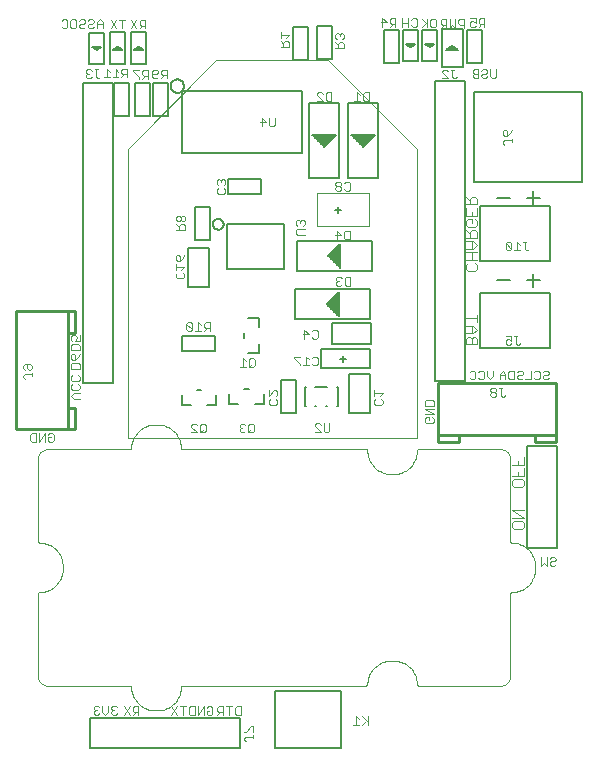
<source format=gbo>
G75*
G70*
%OFA0B0*%
%FSLAX24Y24*%
%IPPOS*%
%LPD*%
%AMOC8*
5,1,8,0,0,1.08239X$1,22.5*
%
%ADD10C,0.0030*%
%ADD11C,0.0060*%
%ADD12C,0.0050*%
%ADD13C,0.0000*%
%ADD14C,0.0040*%
%ADD15C,0.0080*%
%ADD16C,0.0100*%
D10*
X003757Y001992D02*
X003805Y001944D01*
X003902Y001944D01*
X003950Y001992D01*
X004051Y002040D02*
X004051Y002234D01*
X003950Y002186D02*
X003902Y002234D01*
X003805Y002234D01*
X003757Y002186D01*
X003757Y002137D01*
X003805Y002089D01*
X003757Y002040D01*
X003757Y001992D01*
X003805Y002089D02*
X003854Y002089D01*
X004051Y002040D02*
X004148Y001944D01*
X004245Y002040D01*
X004245Y002234D01*
X004346Y002186D02*
X004346Y002137D01*
X004394Y002089D01*
X004346Y002040D01*
X004346Y001992D01*
X004394Y001944D01*
X004491Y001944D01*
X004540Y001992D01*
X004443Y002089D02*
X004394Y002089D01*
X004346Y002186D02*
X004394Y002234D01*
X004491Y002234D01*
X004540Y002186D01*
X004764Y002224D02*
X004957Y001934D01*
X005059Y001934D02*
X005155Y002030D01*
X005107Y002030D02*
X005252Y002030D01*
X005252Y001934D02*
X005252Y002224D01*
X005107Y002224D01*
X005059Y002176D01*
X005059Y002079D01*
X005107Y002030D01*
X004957Y002224D02*
X004764Y001934D01*
X006351Y001933D02*
X006545Y002223D01*
X006646Y002223D02*
X006840Y002223D01*
X006743Y002223D02*
X006743Y001933D01*
X006932Y001982D02*
X006932Y002176D01*
X006981Y002224D01*
X007126Y002224D01*
X007126Y001934D01*
X006981Y001934D01*
X006932Y001982D01*
X007227Y001934D02*
X007227Y002224D01*
X007421Y002224D02*
X007227Y001934D01*
X007421Y001934D02*
X007421Y002224D01*
X007522Y002176D02*
X007570Y002224D01*
X007667Y002224D01*
X007715Y002176D01*
X007715Y001982D01*
X007667Y001934D01*
X007570Y001934D01*
X007522Y001982D01*
X007522Y002079D01*
X007618Y002079D01*
X007884Y002078D02*
X007932Y002030D01*
X008077Y002030D01*
X007980Y002030D02*
X007884Y001933D01*
X007884Y002078D02*
X007884Y002175D01*
X007932Y002223D01*
X008077Y002223D01*
X008077Y001933D01*
X008275Y001933D02*
X008275Y002223D01*
X008372Y002223D02*
X008178Y002223D01*
X008473Y002175D02*
X008473Y001981D01*
X008521Y001933D01*
X008666Y001933D01*
X008666Y002223D01*
X008521Y002223D01*
X008473Y002175D01*
X009020Y001556D02*
X008826Y001363D01*
X008778Y001363D01*
X008826Y001213D02*
X009068Y001213D01*
X009068Y001165D02*
X009068Y001262D01*
X009068Y001363D02*
X009068Y001556D01*
X009020Y001556D01*
X008826Y001213D02*
X008778Y001165D01*
X008778Y001117D01*
X008826Y001068D01*
X006545Y001933D02*
X006351Y002223D01*
X012400Y001602D02*
X012594Y001602D01*
X012497Y001602D02*
X012497Y001893D01*
X012594Y001796D01*
X012695Y001893D02*
X012888Y001699D01*
X012840Y001748D02*
X012695Y001602D01*
X012888Y001602D02*
X012888Y001893D01*
X018673Y006909D02*
X018673Y007199D01*
X018866Y007199D02*
X018866Y006909D01*
X018769Y007006D01*
X018673Y006909D01*
X018967Y006957D02*
X019016Y006909D01*
X019113Y006909D01*
X019161Y006957D01*
X019113Y007054D02*
X019016Y007054D01*
X018967Y007006D01*
X018967Y006957D01*
X019113Y007054D02*
X019161Y007103D01*
X019161Y007151D01*
X019113Y007199D01*
X019016Y007199D01*
X018967Y007151D01*
X018028Y008144D02*
X017781Y008144D01*
X017720Y008205D01*
X017720Y008329D01*
X017781Y008391D01*
X018028Y008391D01*
X018090Y008329D01*
X018090Y008205D01*
X018028Y008144D01*
X018090Y008512D02*
X017720Y008512D01*
X017720Y008759D02*
X018090Y008759D01*
X018090Y008512D02*
X017720Y008759D01*
X017781Y009544D02*
X017720Y009605D01*
X017720Y009729D01*
X017781Y009791D01*
X018028Y009791D01*
X018090Y009729D01*
X018090Y009605D01*
X018028Y009544D01*
X017781Y009544D01*
X017720Y009912D02*
X018090Y009912D01*
X018090Y010159D01*
X018090Y010280D02*
X017720Y010280D01*
X017905Y010280D02*
X017905Y010404D01*
X018090Y010280D02*
X018090Y010527D01*
X017905Y010035D02*
X017905Y009912D01*
X015090Y011708D02*
X015041Y011660D01*
X014848Y011660D01*
X014800Y011708D01*
X014800Y011805D01*
X014848Y011853D01*
X014945Y011853D01*
X014945Y011757D01*
X015041Y011853D02*
X015090Y011805D01*
X015090Y011708D01*
X015090Y011954D02*
X014800Y011954D01*
X014800Y012148D02*
X015090Y012148D01*
X015090Y012249D02*
X015090Y012394D01*
X015041Y012443D01*
X014848Y012443D01*
X014800Y012394D01*
X014800Y012249D01*
X015090Y012249D01*
X015090Y011954D02*
X014800Y012148D01*
X016291Y013172D02*
X016339Y013124D01*
X016436Y013124D01*
X016484Y013172D01*
X016484Y013366D01*
X016436Y013414D01*
X016339Y013414D01*
X016291Y013366D01*
X016585Y013366D02*
X016634Y013414D01*
X016731Y013414D01*
X016779Y013366D01*
X016779Y013172D01*
X016731Y013124D01*
X016634Y013124D01*
X016585Y013172D01*
X016880Y013220D02*
X016880Y013414D01*
X016880Y013220D02*
X016977Y013124D01*
X017074Y013220D01*
X017074Y013414D01*
X017291Y013317D02*
X017291Y013124D01*
X017291Y013269D02*
X017484Y013269D01*
X017484Y013317D02*
X017484Y013124D01*
X017585Y013172D02*
X017585Y013366D01*
X017634Y013414D01*
X017779Y013414D01*
X017779Y013124D01*
X017634Y013124D01*
X017585Y013172D01*
X017484Y013317D02*
X017388Y013414D01*
X017291Y013317D01*
X017281Y012838D02*
X017378Y012838D01*
X017329Y012838D02*
X017329Y012596D01*
X017378Y012547D01*
X017426Y012547D01*
X017474Y012596D01*
X017180Y012596D02*
X017180Y012644D01*
X017131Y012692D01*
X017034Y012692D01*
X016986Y012644D01*
X016986Y012596D01*
X017034Y012547D01*
X017131Y012547D01*
X017180Y012596D01*
X017131Y012692D02*
X017180Y012741D01*
X017180Y012789D01*
X017131Y012838D01*
X017034Y012838D01*
X016986Y012789D01*
X016986Y012741D01*
X017034Y012692D01*
X017880Y013172D02*
X017928Y013124D01*
X018025Y013124D01*
X018074Y013172D01*
X018141Y013124D02*
X018334Y013124D01*
X018334Y013414D01*
X018435Y013366D02*
X018484Y013414D01*
X018581Y013414D01*
X018629Y013366D01*
X018629Y013172D01*
X018581Y013124D01*
X018484Y013124D01*
X018435Y013172D01*
X018730Y013172D02*
X018778Y013124D01*
X018875Y013124D01*
X018924Y013172D01*
X018875Y013269D02*
X018778Y013269D01*
X018730Y013220D01*
X018730Y013172D01*
X018875Y013269D02*
X018924Y013317D01*
X018924Y013366D01*
X018875Y013414D01*
X018778Y013414D01*
X018730Y013366D01*
X018074Y013366D02*
X018074Y013317D01*
X018025Y013269D01*
X017928Y013269D01*
X017880Y013220D01*
X017880Y013172D01*
X017880Y013366D02*
X017928Y013414D01*
X018025Y013414D01*
X018074Y013366D01*
X017931Y014274D02*
X017882Y014274D01*
X017834Y014322D01*
X017834Y014564D01*
X017882Y014564D02*
X017785Y014564D01*
X017684Y014564D02*
X017684Y014419D01*
X017588Y014467D01*
X017539Y014467D01*
X017491Y014419D01*
X017491Y014322D01*
X017539Y014274D01*
X017636Y014274D01*
X017684Y014322D01*
X017684Y014564D02*
X017491Y014564D01*
X017931Y014274D02*
X017979Y014322D01*
X016540Y014294D02*
X016540Y014479D01*
X016478Y014541D01*
X016416Y014541D01*
X016355Y014479D01*
X016355Y014294D01*
X016355Y014479D02*
X016293Y014541D01*
X016231Y014541D01*
X016170Y014479D01*
X016170Y014294D01*
X016540Y014294D01*
X016416Y014662D02*
X016170Y014662D01*
X016355Y014662D02*
X016355Y014909D01*
X016416Y014909D02*
X016170Y014909D01*
X016170Y015154D02*
X016540Y015154D01*
X016540Y015277D02*
X016540Y015030D01*
X016416Y014909D02*
X016540Y014785D01*
X016416Y014662D01*
X016478Y016744D02*
X016231Y016744D01*
X016170Y016805D01*
X016170Y016929D01*
X016231Y016991D01*
X016170Y017112D02*
X016540Y017112D01*
X016478Y016991D02*
X016540Y016929D01*
X016540Y016805D01*
X016478Y016744D01*
X016355Y017112D02*
X016355Y017359D01*
X016355Y017480D02*
X016355Y017727D01*
X016416Y017727D02*
X016170Y017727D01*
X016170Y017849D02*
X016540Y017849D01*
X016540Y018034D01*
X016478Y018096D01*
X016355Y018096D01*
X016293Y018034D01*
X016293Y017849D01*
X016293Y017972D02*
X016170Y018096D01*
X016231Y018217D02*
X016170Y018279D01*
X016170Y018402D01*
X016231Y018464D01*
X016355Y018464D01*
X016355Y018340D01*
X016478Y018217D02*
X016231Y018217D01*
X016478Y018217D02*
X016540Y018279D01*
X016540Y018402D01*
X016478Y018464D01*
X016540Y018585D02*
X016170Y018585D01*
X016170Y018832D01*
X016170Y018954D02*
X016540Y018954D01*
X016540Y019139D01*
X016478Y019201D01*
X016355Y019201D01*
X016293Y019139D01*
X016293Y018954D01*
X016293Y019077D02*
X016170Y019201D01*
X016540Y018832D02*
X016540Y018585D01*
X016355Y018585D02*
X016355Y018709D01*
X016416Y017727D02*
X016540Y017604D01*
X016416Y017480D01*
X016170Y017480D01*
X016170Y017359D02*
X016540Y017359D01*
X017491Y017472D02*
X017539Y017424D01*
X017636Y017424D01*
X017684Y017472D01*
X017491Y017666D01*
X017491Y017472D01*
X017684Y017472D02*
X017684Y017666D01*
X017636Y017714D01*
X017539Y017714D01*
X017491Y017666D01*
X017785Y017424D02*
X017979Y017424D01*
X017882Y017424D02*
X017882Y017714D01*
X017979Y017617D01*
X018080Y017714D02*
X018177Y017714D01*
X018128Y017714D02*
X018128Y017472D01*
X018177Y017424D01*
X018225Y017424D01*
X018274Y017472D01*
X017452Y020951D02*
X017403Y021000D01*
X017403Y021048D01*
X017452Y021096D01*
X017694Y021096D01*
X017694Y021048D02*
X017694Y021145D01*
X017549Y021246D02*
X017549Y021391D01*
X017500Y021439D01*
X017452Y021439D01*
X017403Y021391D01*
X017403Y021294D01*
X017452Y021246D01*
X017549Y021246D01*
X017645Y021343D01*
X017694Y021439D01*
X017125Y023174D02*
X017028Y023174D01*
X016980Y023222D01*
X016980Y023464D01*
X016879Y023416D02*
X016879Y023367D01*
X016831Y023319D01*
X016734Y023319D01*
X016685Y023270D01*
X016685Y023222D01*
X016734Y023174D01*
X016831Y023174D01*
X016879Y023222D01*
X016879Y023416D02*
X016831Y023464D01*
X016734Y023464D01*
X016685Y023416D01*
X016584Y023464D02*
X016584Y023174D01*
X016439Y023174D01*
X016391Y023222D01*
X016391Y023270D01*
X016439Y023319D01*
X016584Y023319D01*
X016439Y023319D02*
X016391Y023367D01*
X016391Y023416D01*
X016439Y023464D01*
X016584Y023464D01*
X017125Y023174D02*
X017174Y023222D01*
X017174Y023464D01*
X015863Y023210D02*
X015815Y023162D01*
X015766Y023162D01*
X015718Y023210D01*
X015718Y023452D01*
X015766Y023452D02*
X015670Y023452D01*
X015569Y023404D02*
X015520Y023452D01*
X015423Y023452D01*
X015375Y023404D01*
X015375Y023355D01*
X015569Y023162D01*
X015375Y023162D01*
X015326Y024852D02*
X015423Y024949D01*
X015374Y024949D02*
X015520Y024949D01*
X015520Y024852D02*
X015520Y025142D01*
X015374Y025142D01*
X015326Y025094D01*
X015326Y024997D01*
X015374Y024949D01*
X015177Y024908D02*
X015177Y025102D01*
X015129Y025150D01*
X015032Y025150D01*
X014983Y025102D01*
X014983Y024908D01*
X015032Y024860D01*
X015129Y024860D01*
X015177Y024908D01*
X014882Y024860D02*
X014882Y025150D01*
X014834Y025005D02*
X014689Y024860D01*
X014538Y024920D02*
X014489Y024872D01*
X014393Y024872D01*
X014344Y024920D01*
X014243Y024872D02*
X014243Y025162D01*
X014344Y025114D02*
X014393Y025162D01*
X014489Y025162D01*
X014538Y025114D01*
X014538Y024920D01*
X014689Y025150D02*
X014882Y024957D01*
X014243Y025017D02*
X014050Y025017D01*
X014050Y025162D02*
X014050Y024872D01*
X013818Y024876D02*
X013818Y025166D01*
X013672Y025166D01*
X013624Y025118D01*
X013624Y025021D01*
X013672Y024973D01*
X013818Y024973D01*
X013721Y024973D02*
X013624Y024876D01*
X013523Y025021D02*
X013329Y025021D01*
X013378Y025166D02*
X013523Y025021D01*
X013378Y024876D02*
X013378Y025166D01*
X012100Y024613D02*
X012051Y024661D01*
X012003Y024661D01*
X011955Y024613D01*
X011906Y024661D01*
X011858Y024661D01*
X011810Y024613D01*
X011810Y024516D01*
X011858Y024468D01*
X011810Y024366D02*
X011906Y024270D01*
X011906Y024318D02*
X011906Y024173D01*
X011810Y024173D02*
X012100Y024173D01*
X012100Y024318D01*
X012051Y024366D01*
X011955Y024366D01*
X011906Y024318D01*
X012051Y024468D02*
X012100Y024516D01*
X012100Y024613D01*
X011955Y024613D02*
X011955Y024564D01*
X010278Y024593D02*
X009988Y024593D01*
X009988Y024497D02*
X009988Y024690D01*
X010181Y024497D02*
X010278Y024593D01*
X010230Y024396D02*
X010133Y024396D01*
X010085Y024347D01*
X010085Y024202D01*
X010085Y024299D02*
X009988Y024396D01*
X009988Y024202D02*
X010278Y024202D01*
X010278Y024347D01*
X010230Y024396D01*
X011242Y022696D02*
X011339Y022696D01*
X011387Y022647D01*
X011488Y022647D02*
X011537Y022696D01*
X011682Y022696D01*
X011682Y022406D01*
X011537Y022406D01*
X011488Y022454D01*
X011488Y022647D01*
X011242Y022696D02*
X011194Y022647D01*
X011194Y022599D01*
X011387Y022406D01*
X011194Y022406D01*
X012453Y022398D02*
X012646Y022398D01*
X012549Y022398D02*
X012549Y022688D01*
X012646Y022592D01*
X012747Y022640D02*
X012796Y022688D01*
X012941Y022688D01*
X012941Y022398D01*
X012796Y022398D01*
X012747Y022447D01*
X012747Y022640D01*
X012255Y019708D02*
X012303Y019660D01*
X012303Y019467D01*
X012255Y019418D01*
X012158Y019418D01*
X012110Y019467D01*
X012009Y019467D02*
X012009Y019515D01*
X011960Y019563D01*
X011864Y019563D01*
X011815Y019515D01*
X011815Y019467D01*
X011864Y019418D01*
X011960Y019418D01*
X012009Y019467D01*
X011960Y019563D02*
X012009Y019612D01*
X012009Y019660D01*
X011960Y019708D01*
X011864Y019708D01*
X011815Y019660D01*
X011815Y019612D01*
X011864Y019563D01*
X012110Y019660D02*
X012158Y019708D01*
X012255Y019708D01*
X010793Y018388D02*
X010744Y018437D01*
X010696Y018437D01*
X010647Y018388D01*
X010599Y018437D01*
X010551Y018437D01*
X010502Y018388D01*
X010502Y018292D01*
X010551Y018243D01*
X010551Y018142D02*
X010793Y018142D01*
X010744Y018243D02*
X010793Y018292D01*
X010793Y018388D01*
X010647Y018388D02*
X010647Y018340D01*
X010551Y018142D02*
X010502Y018094D01*
X010502Y017997D01*
X010551Y017949D01*
X010793Y017949D01*
X011807Y017940D02*
X012001Y017940D01*
X011855Y018085D01*
X011855Y017794D01*
X012102Y017843D02*
X012102Y018036D01*
X012150Y018085D01*
X012295Y018085D01*
X012295Y017794D01*
X012150Y017794D01*
X012102Y017843D01*
X012171Y016538D02*
X012316Y016538D01*
X012316Y016248D01*
X012171Y016248D01*
X012122Y016296D01*
X012122Y016490D01*
X012171Y016538D01*
X012021Y016490D02*
X011973Y016538D01*
X011876Y016538D01*
X011828Y016490D01*
X011828Y016442D01*
X011876Y016393D01*
X011828Y016345D01*
X011828Y016296D01*
X011876Y016248D01*
X011973Y016248D01*
X012021Y016296D01*
X011925Y016393D02*
X011876Y016393D01*
X011174Y014768D02*
X011222Y014720D01*
X011222Y014526D01*
X011174Y014478D01*
X011077Y014478D01*
X011029Y014526D01*
X010928Y014623D02*
X010734Y014623D01*
X010782Y014478D02*
X010782Y014768D01*
X010928Y014623D01*
X011029Y014720D02*
X011077Y014768D01*
X011174Y014768D01*
X011172Y013883D02*
X011221Y013835D01*
X011221Y013641D01*
X011172Y013593D01*
X011076Y013593D01*
X011027Y013641D01*
X010926Y013593D02*
X010732Y013593D01*
X010829Y013593D02*
X010829Y013883D01*
X010926Y013786D01*
X011027Y013835D02*
X011076Y013883D01*
X011172Y013883D01*
X010631Y013883D02*
X010438Y013883D01*
X010438Y013835D01*
X010631Y013641D01*
X010631Y013593D01*
X009833Y012759D02*
X009881Y012711D01*
X009881Y012614D01*
X009833Y012566D01*
X009833Y012465D02*
X009881Y012416D01*
X009881Y012320D01*
X009833Y012271D01*
X009640Y012271D01*
X009591Y012320D01*
X009591Y012416D01*
X009640Y012465D01*
X009591Y012566D02*
X009785Y012759D01*
X009833Y012759D01*
X009591Y012759D02*
X009591Y012566D01*
X009062Y011648D02*
X008966Y011648D01*
X008917Y011599D01*
X008917Y011406D01*
X008966Y011358D01*
X009062Y011358D01*
X009111Y011406D01*
X009111Y011599D01*
X009062Y011648D01*
X009014Y011454D02*
X008917Y011358D01*
X008816Y011406D02*
X008768Y011358D01*
X008671Y011358D01*
X008623Y011406D01*
X008623Y011454D01*
X008671Y011503D01*
X008719Y011503D01*
X008671Y011503D02*
X008623Y011551D01*
X008623Y011599D01*
X008671Y011648D01*
X008768Y011648D01*
X008816Y011599D01*
X007501Y011596D02*
X007501Y011402D01*
X007452Y011354D01*
X007355Y011354D01*
X007307Y011402D01*
X007307Y011596D01*
X007355Y011644D01*
X007452Y011644D01*
X007501Y011596D01*
X007404Y011450D02*
X007307Y011354D01*
X007206Y011354D02*
X007012Y011547D01*
X007012Y011596D01*
X007061Y011644D01*
X007158Y011644D01*
X007206Y011596D01*
X007206Y011354D02*
X007012Y011354D01*
X008637Y013543D02*
X008830Y013543D01*
X008733Y013543D02*
X008733Y013833D01*
X008830Y013736D01*
X008931Y013785D02*
X008980Y013833D01*
X009076Y013833D01*
X009125Y013785D01*
X009125Y013591D01*
X009076Y013543D01*
X008980Y013543D01*
X008931Y013591D01*
X008931Y013785D01*
X009028Y013640D02*
X008931Y013543D01*
X007636Y014740D02*
X007636Y015030D01*
X007491Y015030D01*
X007443Y014982D01*
X007443Y014885D01*
X007491Y014836D01*
X007636Y014836D01*
X007539Y014836D02*
X007443Y014740D01*
X007342Y014740D02*
X007148Y014740D01*
X007245Y014740D02*
X007245Y015030D01*
X007342Y014933D01*
X007047Y014982D02*
X007047Y014788D01*
X006853Y014982D01*
X006853Y014788D01*
X006902Y014740D01*
X006998Y014740D01*
X007047Y014788D01*
X007047Y014982D02*
X006998Y015030D01*
X006902Y015030D01*
X006853Y014982D01*
X006730Y016487D02*
X006537Y016487D01*
X006489Y016535D01*
X006489Y016632D01*
X006537Y016680D01*
X006489Y016781D02*
X006489Y016975D01*
X006489Y016878D02*
X006779Y016878D01*
X006682Y016781D01*
X006730Y016680D02*
X006779Y016632D01*
X006779Y016535D01*
X006730Y016487D01*
X006634Y017076D02*
X006634Y017221D01*
X006585Y017269D01*
X006537Y017269D01*
X006489Y017221D01*
X006489Y017124D01*
X006537Y017076D01*
X006634Y017076D01*
X006730Y017173D01*
X006779Y017269D01*
X006806Y018096D02*
X006516Y018096D01*
X006612Y018096D02*
X006612Y018241D01*
X006661Y018289D01*
X006757Y018289D01*
X006806Y018241D01*
X006806Y018096D01*
X006612Y018192D02*
X006516Y018289D01*
X006564Y018390D02*
X006612Y018390D01*
X006661Y018439D01*
X006661Y018535D01*
X006612Y018584D01*
X006564Y018584D01*
X006516Y018535D01*
X006516Y018439D01*
X006564Y018390D01*
X006661Y018439D02*
X006709Y018390D01*
X006757Y018390D01*
X006806Y018439D01*
X006806Y018535D01*
X006757Y018584D01*
X006709Y018584D01*
X006661Y018535D01*
X007856Y019356D02*
X007856Y019452D01*
X007905Y019501D01*
X007905Y019602D02*
X007856Y019650D01*
X007856Y019747D01*
X007905Y019796D01*
X007953Y019796D01*
X008001Y019747D01*
X008001Y019699D01*
X008001Y019747D02*
X008050Y019796D01*
X008098Y019796D01*
X008146Y019747D01*
X008146Y019650D01*
X008098Y019602D01*
X008098Y019501D02*
X008146Y019452D01*
X008146Y019356D01*
X008098Y019307D01*
X007905Y019307D01*
X007856Y019356D01*
X009355Y021560D02*
X009355Y021850D01*
X009500Y021705D01*
X009307Y021705D01*
X009602Y021608D02*
X009602Y021850D01*
X009795Y021850D02*
X009795Y021608D01*
X009747Y021560D01*
X009650Y021560D01*
X009602Y021608D01*
X006205Y023160D02*
X006205Y023450D01*
X006060Y023450D01*
X006011Y023402D01*
X006011Y023305D01*
X006060Y023257D01*
X006205Y023257D01*
X006108Y023257D02*
X006011Y023160D01*
X005910Y023208D02*
X005862Y023160D01*
X005765Y023160D01*
X005717Y023208D01*
X005717Y023402D01*
X005765Y023450D01*
X005862Y023450D01*
X005910Y023402D01*
X005910Y023353D01*
X005862Y023305D01*
X005717Y023305D01*
X005570Y023247D02*
X005424Y023247D01*
X005376Y023295D01*
X005376Y023392D01*
X005424Y023440D01*
X005570Y023440D01*
X005570Y023150D01*
X005473Y023247D02*
X005376Y023150D01*
X005275Y023150D02*
X005275Y023198D01*
X005081Y023392D01*
X005081Y023440D01*
X005275Y023440D01*
X004880Y023482D02*
X004880Y023191D01*
X004880Y023288D02*
X004735Y023288D01*
X004686Y023337D01*
X004686Y023433D01*
X004735Y023482D01*
X004880Y023482D01*
X004783Y023288D02*
X004686Y023191D01*
X004585Y023191D02*
X004392Y023191D01*
X004488Y023191D02*
X004488Y023482D01*
X004585Y023385D01*
X004290Y023385D02*
X004194Y023482D01*
X004194Y023191D01*
X004290Y023191D02*
X004097Y023191D01*
X003986Y023211D02*
X003937Y023163D01*
X003889Y023163D01*
X003841Y023211D01*
X003841Y023453D01*
X003889Y023453D02*
X003792Y023453D01*
X003691Y023405D02*
X003643Y023453D01*
X003546Y023453D01*
X003498Y023405D01*
X003498Y023357D01*
X003546Y023308D01*
X003498Y023260D01*
X003498Y023211D01*
X003546Y023163D01*
X003643Y023163D01*
X003691Y023211D01*
X003594Y023308D02*
X003546Y023308D01*
X003620Y024834D02*
X003717Y024834D01*
X003765Y024882D01*
X003717Y024979D02*
X003765Y025028D01*
X003765Y025076D01*
X003717Y025124D01*
X003620Y025124D01*
X003571Y025076D01*
X003470Y025076D02*
X003470Y025028D01*
X003422Y024979D01*
X003325Y024979D01*
X003277Y024931D01*
X003277Y024882D01*
X003325Y024834D01*
X003422Y024834D01*
X003470Y024882D01*
X003571Y024882D02*
X003620Y024834D01*
X003571Y024882D02*
X003571Y024931D01*
X003620Y024979D01*
X003717Y024979D01*
X003866Y024979D02*
X004060Y024979D01*
X004060Y025028D02*
X004060Y024834D01*
X004060Y025028D02*
X003963Y025124D01*
X003866Y025028D01*
X003866Y024834D01*
X004324Y024827D02*
X004517Y025118D01*
X004618Y025118D02*
X004812Y025118D01*
X004715Y025118D02*
X004715Y024827D01*
X004517Y024827D02*
X004324Y025118D01*
X004993Y025110D02*
X005186Y024820D01*
X005287Y024820D02*
X005384Y024917D01*
X005336Y024917D02*
X005481Y024917D01*
X005481Y024820D02*
X005481Y025110D01*
X005336Y025110D01*
X005287Y025062D01*
X005287Y024965D01*
X005336Y024917D01*
X005186Y025110D02*
X004993Y024820D01*
X003470Y025076D02*
X003422Y025124D01*
X003325Y025124D01*
X003277Y025076D01*
X003176Y025076D02*
X003176Y024882D01*
X003127Y024834D01*
X003031Y024834D01*
X002982Y024882D01*
X002982Y025076D01*
X003031Y025124D01*
X003127Y025124D01*
X003176Y025076D01*
X002881Y025076D02*
X002881Y024882D01*
X002833Y024834D01*
X002736Y024834D01*
X002688Y024882D01*
X002688Y025076D02*
X002736Y025124D01*
X002833Y025124D01*
X002881Y025076D01*
X003050Y014588D02*
X003002Y014540D01*
X003002Y014443D01*
X003050Y014395D01*
X003147Y014395D02*
X003195Y014491D01*
X003195Y014540D01*
X003147Y014588D01*
X003050Y014588D01*
X003147Y014395D02*
X003292Y014395D01*
X003292Y014588D01*
X003243Y014294D02*
X003050Y014294D01*
X003002Y014245D01*
X003002Y014100D01*
X003292Y014100D01*
X003292Y014245D01*
X003243Y014294D01*
X003292Y013970D02*
X003243Y013873D01*
X003147Y013777D01*
X003147Y013922D01*
X003098Y013970D01*
X003050Y013970D01*
X003002Y013922D01*
X003002Y013825D01*
X003050Y013777D01*
X003147Y013777D01*
X003050Y013675D02*
X003243Y013675D01*
X003292Y013627D01*
X003292Y013482D01*
X003002Y013482D01*
X003002Y013627D01*
X003050Y013675D01*
X003050Y013262D02*
X003002Y013213D01*
X003002Y013116D01*
X003050Y013068D01*
X003243Y013068D01*
X003292Y013116D01*
X003292Y013213D01*
X003243Y013262D01*
X003243Y012967D02*
X003292Y012919D01*
X003292Y012822D01*
X003243Y012773D01*
X003050Y012773D01*
X003002Y012822D01*
X003002Y012919D01*
X003050Y012967D01*
X003098Y012672D02*
X003292Y012672D01*
X003292Y012479D02*
X003098Y012479D01*
X003002Y012576D01*
X003098Y012672D01*
X001696Y013239D02*
X001696Y013336D01*
X001696Y013288D02*
X001454Y013288D01*
X001406Y013239D01*
X001406Y013191D01*
X001454Y013143D01*
X001454Y013437D02*
X001406Y013486D01*
X001406Y013582D01*
X001454Y013631D01*
X001647Y013631D01*
X001696Y013582D01*
X001696Y013486D01*
X001647Y013437D01*
X001599Y013437D01*
X001551Y013486D01*
X001551Y013631D01*
X001692Y011332D02*
X001837Y011332D01*
X001837Y011042D01*
X001692Y011042D01*
X001644Y011090D01*
X001644Y011284D01*
X001692Y011332D01*
X001939Y011332D02*
X001939Y011042D01*
X002132Y011332D01*
X002132Y011042D01*
X002233Y011090D02*
X002233Y011187D01*
X002330Y011187D01*
X002427Y011284D02*
X002378Y011332D01*
X002282Y011332D01*
X002233Y011284D01*
X002427Y011284D02*
X002427Y011090D01*
X002378Y011042D01*
X002282Y011042D01*
X002233Y011090D01*
X011128Y011367D02*
X011322Y011367D01*
X011128Y011560D01*
X011128Y011609D01*
X011177Y011657D01*
X011273Y011657D01*
X011322Y011609D01*
X011423Y011657D02*
X011423Y011415D01*
X011471Y011367D01*
X011568Y011367D01*
X011616Y011415D01*
X011616Y011657D01*
X013098Y012320D02*
X013098Y012417D01*
X013146Y012465D01*
X013098Y012566D02*
X013098Y012760D01*
X013098Y012663D02*
X013388Y012663D01*
X013291Y012566D01*
X013339Y012465D02*
X013388Y012417D01*
X013388Y012320D01*
X013339Y012272D01*
X013146Y012272D01*
X013098Y012320D01*
X015621Y024852D02*
X015621Y025142D01*
X015814Y025142D02*
X015814Y024852D01*
X015717Y024949D01*
X015621Y024852D01*
X015915Y024997D02*
X015915Y025094D01*
X015964Y025142D01*
X016109Y025142D01*
X016109Y024852D01*
X016109Y024949D02*
X015964Y024949D01*
X015915Y024997D01*
X016294Y025008D02*
X016342Y025056D01*
X016390Y025056D01*
X016487Y025008D01*
X016487Y025153D01*
X016294Y025153D01*
X016294Y025008D02*
X016294Y024911D01*
X016342Y024863D01*
X016439Y024863D01*
X016487Y024911D01*
X016588Y024863D02*
X016685Y024959D01*
X016637Y024959D02*
X016782Y024959D01*
X016782Y024863D02*
X016782Y025153D01*
X016637Y025153D01*
X016588Y025105D01*
X016588Y025008D01*
X016637Y024959D01*
D11*
X017198Y019179D02*
X017625Y019179D01*
X018198Y019179D02*
X018625Y019179D01*
X018411Y019393D02*
X018411Y018965D01*
X018411Y016643D02*
X018411Y016215D01*
X018198Y016429D02*
X018625Y016429D01*
X017625Y016429D02*
X017198Y016429D01*
X011907Y012885D02*
X011907Y012247D01*
X011870Y012247D01*
X011553Y012247D02*
X011515Y012247D01*
X011179Y012247D02*
X011141Y012247D01*
X010824Y012247D02*
X010787Y012247D01*
X010787Y012885D01*
X010824Y012885D01*
X011141Y012885D02*
X011553Y012885D01*
X011870Y012885D02*
X011907Y012885D01*
D12*
X012257Y013301D02*
X012257Y012001D01*
X012957Y012001D01*
X012957Y013301D01*
X012257Y013301D01*
X012079Y013713D02*
X012079Y013913D01*
X011979Y013813D02*
X012179Y013813D01*
X011688Y014303D02*
X012988Y014303D01*
X012988Y015003D01*
X011688Y015003D01*
X011688Y014303D01*
X011329Y014138D02*
X011329Y013488D01*
X012979Y013488D01*
X012979Y014138D01*
X011329Y014138D01*
X011931Y015233D02*
X011931Y016033D01*
X011881Y015983D01*
X011881Y015283D01*
X011831Y015333D01*
X011831Y015933D01*
X011781Y015883D01*
X011781Y015383D01*
X011731Y015433D01*
X011731Y015833D01*
X011681Y015783D01*
X011681Y015483D01*
X011631Y015533D01*
X011631Y015733D01*
X011581Y015683D01*
X011581Y015583D01*
X011631Y015533D01*
X011681Y015483D02*
X011731Y015433D01*
X011781Y015383D02*
X011831Y015333D01*
X011881Y015283D02*
X011931Y015233D01*
X011581Y015583D02*
X011531Y015633D01*
X011581Y015683D01*
X011631Y015733D02*
X011681Y015783D01*
X011731Y015833D02*
X011781Y015883D01*
X011831Y015933D02*
X011881Y015983D01*
X011978Y016838D02*
X011978Y017638D01*
X011928Y017588D01*
X011928Y016888D01*
X011878Y016938D01*
X011878Y017538D01*
X011828Y017488D01*
X011828Y016988D01*
X011778Y017038D01*
X011778Y017438D01*
X011728Y017388D01*
X011728Y017088D01*
X011678Y017138D01*
X011678Y017338D01*
X011628Y017288D01*
X011628Y017188D01*
X011678Y017138D01*
X011628Y017188D02*
X011578Y017238D01*
X011628Y017288D01*
X011678Y017338D02*
X011728Y017388D01*
X011778Y017438D02*
X011828Y017488D01*
X011878Y017538D02*
X011928Y017588D01*
X011728Y017088D02*
X011778Y017038D01*
X011828Y016988D02*
X011878Y016938D01*
X011928Y016888D02*
X011978Y016838D01*
X013028Y016738D02*
X013028Y017738D01*
X010528Y017738D01*
X010528Y016738D01*
X013028Y016738D01*
X012981Y016133D02*
X010481Y016133D01*
X010481Y015133D01*
X012981Y015133D01*
X012981Y016133D01*
X011896Y018684D02*
X011896Y018884D01*
X011796Y018784D02*
X011996Y018784D01*
X011953Y019821D02*
X010953Y019821D01*
X010953Y022321D01*
X011953Y022321D01*
X011953Y019821D01*
X012250Y019820D02*
X012250Y022320D01*
X013250Y022320D01*
X013250Y019820D01*
X012250Y019820D01*
X012750Y020870D02*
X012800Y020920D01*
X012700Y020920D01*
X012650Y020970D01*
X012850Y020970D01*
X012900Y021020D01*
X012600Y021020D01*
X012550Y021070D01*
X012950Y021070D01*
X013000Y021120D01*
X012500Y021120D01*
X012450Y021170D01*
X013050Y021170D01*
X013100Y021220D01*
X012400Y021220D01*
X012350Y021270D01*
X013150Y021270D01*
X013100Y021220D01*
X013050Y021170D02*
X013000Y021120D01*
X012950Y021070D02*
X012900Y021020D01*
X012850Y020970D02*
X012800Y020920D01*
X012750Y020870D02*
X012700Y020920D01*
X012650Y020970D02*
X012600Y021020D01*
X012550Y021070D02*
X012500Y021120D01*
X012450Y021170D02*
X012400Y021220D01*
X011853Y021271D02*
X011053Y021271D01*
X011103Y021221D01*
X011803Y021221D01*
X011753Y021171D01*
X011153Y021171D01*
X011203Y021121D01*
X011703Y021121D01*
X011653Y021071D01*
X011253Y021071D01*
X011303Y021021D01*
X011603Y021021D01*
X011553Y020971D01*
X011353Y020971D01*
X011403Y020921D01*
X011503Y020921D01*
X011553Y020971D01*
X011603Y021021D02*
X011653Y021071D01*
X011703Y021121D02*
X011753Y021171D01*
X011803Y021221D02*
X011853Y021271D01*
X011503Y020921D02*
X011453Y020871D01*
X011403Y020921D01*
X011353Y020971D02*
X011303Y021021D01*
X011253Y021071D02*
X011203Y021121D01*
X011153Y021171D02*
X011103Y021221D01*
X009328Y019792D02*
X008228Y019792D01*
X008228Y019292D01*
X009328Y019292D01*
X009328Y019792D01*
X010110Y018296D02*
X008210Y018296D01*
X008210Y016796D01*
X010110Y016796D01*
X010110Y018296D01*
X007730Y018296D02*
X007732Y018322D01*
X007738Y018348D01*
X007747Y018372D01*
X007760Y018395D01*
X007776Y018416D01*
X007795Y018434D01*
X007816Y018450D01*
X007840Y018462D01*
X007864Y018470D01*
X007890Y018475D01*
X007917Y018476D01*
X007943Y018473D01*
X007968Y018466D01*
X007992Y018456D01*
X008015Y018442D01*
X008035Y018426D01*
X008052Y018406D01*
X008067Y018384D01*
X008078Y018360D01*
X008086Y018335D01*
X008090Y018309D01*
X008090Y018283D01*
X008086Y018257D01*
X008078Y018232D01*
X008067Y018208D01*
X008052Y018186D01*
X008035Y018166D01*
X008015Y018150D01*
X007992Y018136D01*
X007968Y018126D01*
X007943Y018119D01*
X007917Y018116D01*
X007890Y018117D01*
X007864Y018122D01*
X007840Y018130D01*
X007816Y018142D01*
X007795Y018158D01*
X007776Y018176D01*
X007760Y018197D01*
X007747Y018220D01*
X007738Y018244D01*
X007732Y018270D01*
X007730Y018296D01*
X007641Y017771D02*
X007141Y017771D01*
X007141Y018871D01*
X007641Y018871D01*
X007641Y017771D01*
X007616Y017502D02*
X007616Y016202D01*
X006916Y016202D01*
X006916Y017502D01*
X007616Y017502D01*
X008904Y015169D02*
X009254Y015169D01*
X009254Y014869D01*
X008754Y014669D02*
X008754Y014519D01*
X008904Y014019D02*
X009254Y014019D01*
X009254Y014319D01*
X009996Y013096D02*
X010496Y013096D01*
X010496Y011996D01*
X009996Y011996D01*
X009996Y013096D01*
X009426Y012641D02*
X009426Y012291D01*
X009126Y012291D01*
X008926Y012791D02*
X008776Y012791D01*
X008276Y012641D02*
X008276Y012291D01*
X008576Y012291D01*
X007851Y012259D02*
X007551Y012259D01*
X007851Y012259D02*
X007851Y012609D01*
X007351Y012759D02*
X007201Y012759D01*
X007001Y012259D02*
X006701Y012259D01*
X006701Y012609D01*
X006717Y014085D02*
X006717Y014585D01*
X007817Y014585D01*
X007817Y014085D01*
X006717Y014085D01*
X004401Y012998D02*
X004401Y022998D01*
X003401Y022998D01*
X003401Y012998D01*
X004401Y012998D01*
X002420Y015392D02*
X001633Y015392D01*
X004452Y021889D02*
X004952Y021889D01*
X004952Y022989D01*
X004452Y022989D01*
X004452Y021889D01*
X005148Y021909D02*
X005648Y021909D01*
X005648Y023009D01*
X005148Y023009D01*
X005148Y021909D01*
X005738Y021894D02*
X006238Y021894D01*
X006238Y022994D01*
X005738Y022994D01*
X005738Y021894D01*
X006321Y022899D02*
X006323Y022928D01*
X006329Y022957D01*
X006338Y022985D01*
X006351Y023011D01*
X006367Y023035D01*
X006387Y023057D01*
X006409Y023077D01*
X006433Y023093D01*
X006459Y023106D01*
X006487Y023115D01*
X006516Y023121D01*
X006545Y023123D01*
X006574Y023121D01*
X006603Y023115D01*
X006631Y023106D01*
X006657Y023093D01*
X006681Y023077D01*
X006703Y023057D01*
X006723Y023035D01*
X006739Y023011D01*
X006752Y022985D01*
X006761Y022957D01*
X006767Y022928D01*
X006769Y022899D01*
X006767Y022870D01*
X006761Y022841D01*
X006752Y022813D01*
X006739Y022787D01*
X006723Y022763D01*
X006703Y022741D01*
X006681Y022721D01*
X006657Y022705D01*
X006631Y022692D01*
X006603Y022683D01*
X006574Y022677D01*
X006545Y022675D01*
X006516Y022677D01*
X006487Y022683D01*
X006459Y022692D01*
X006433Y022705D01*
X006409Y022721D01*
X006387Y022741D01*
X006367Y022763D01*
X006351Y022787D01*
X006338Y022813D01*
X006329Y022841D01*
X006323Y022870D01*
X006321Y022899D01*
X005498Y023636D02*
X004998Y023636D01*
X004998Y024686D01*
X005498Y024686D01*
X005498Y023636D01*
X005398Y024111D02*
X005323Y024161D01*
X005173Y024161D01*
X005248Y024211D01*
X005323Y024161D01*
X005348Y024136D02*
X005148Y024136D01*
X005173Y024161D02*
X005098Y024111D01*
X005398Y024111D01*
X004701Y024112D02*
X004626Y024162D01*
X004476Y024162D01*
X004551Y024212D01*
X004626Y024162D01*
X004651Y024137D02*
X004451Y024137D01*
X004476Y024162D02*
X004401Y024112D01*
X004701Y024112D01*
X004801Y023637D02*
X004301Y023637D01*
X004301Y024687D01*
X004801Y024687D01*
X004801Y023637D01*
X004104Y023634D02*
X004104Y024684D01*
X003604Y024684D01*
X003604Y023634D01*
X004104Y023634D01*
X003854Y024109D02*
X003779Y024159D01*
X003929Y024159D01*
X003854Y024109D01*
X003779Y024159D02*
X003704Y024209D01*
X004004Y024209D01*
X003929Y024159D01*
X003954Y024184D02*
X003754Y024184D01*
X010393Y023776D02*
X010893Y023776D01*
X010893Y024876D01*
X010393Y024876D01*
X010393Y023776D01*
X011215Y023800D02*
X011715Y023800D01*
X011715Y024900D01*
X011215Y024900D01*
X011215Y023800D01*
X013423Y023657D02*
X013923Y023657D01*
X013923Y024757D01*
X013423Y024757D01*
X013423Y023657D01*
X014077Y023722D02*
X014577Y023722D01*
X014577Y024772D01*
X014077Y024772D01*
X014077Y023722D01*
X014327Y024197D02*
X014252Y024247D01*
X014402Y024247D01*
X014327Y024197D01*
X014402Y024247D02*
X014477Y024297D01*
X014177Y024297D01*
X014252Y024247D01*
X014227Y024272D02*
X014427Y024272D01*
X014818Y024296D02*
X014893Y024246D01*
X015043Y024246D01*
X014968Y024196D01*
X014893Y024246D01*
X014868Y024271D02*
X015068Y024271D01*
X015043Y024246D02*
X015118Y024296D01*
X014818Y024296D01*
X014718Y024771D02*
X015218Y024771D01*
X015218Y023721D01*
X014718Y023721D01*
X014718Y024771D01*
X015356Y024789D02*
X015356Y023539D01*
X016056Y023539D01*
X016056Y024789D01*
X015356Y024789D01*
X015706Y024239D02*
X015906Y024089D01*
X015681Y024214D01*
X015806Y024089D01*
X015656Y024189D01*
X015706Y024089D01*
X015606Y024164D01*
X015606Y024089D01*
X015506Y024089D01*
X015606Y024164D01*
X015706Y024239D01*
X015706Y024089D02*
X015606Y024089D01*
X015706Y024089D02*
X015806Y024089D01*
X015906Y024089D01*
X016216Y023681D02*
X016716Y023681D01*
X016716Y024781D01*
X016216Y024781D01*
X016216Y023681D01*
X016139Y023067D02*
X015139Y023067D01*
X015139Y013067D01*
X016139Y013067D01*
X016139Y023067D01*
X016439Y022706D02*
X016439Y019706D01*
X020039Y019706D01*
X020039Y022706D01*
X016439Y022706D01*
X016624Y018904D02*
X016624Y017054D01*
X018986Y017054D01*
X018986Y018904D01*
X016624Y018904D01*
X016624Y016004D02*
X016624Y014154D01*
X018986Y014154D01*
X018986Y016004D01*
X016624Y016004D01*
X019178Y012519D02*
X019178Y011731D01*
X019189Y010913D02*
X018189Y010913D01*
X018189Y007487D01*
X019189Y007487D01*
X019189Y010913D01*
X011995Y002750D02*
X011995Y000850D01*
X009795Y000850D01*
X009795Y002750D01*
X011995Y002750D01*
X008651Y001837D02*
X008651Y000837D01*
X003651Y000837D01*
X003651Y001837D01*
X008651Y001837D01*
D13*
X003949Y002916D02*
X002216Y002916D01*
X002217Y002916D02*
X003792Y002916D01*
X004658Y002916D01*
X004579Y002916D01*
X004658Y002916D02*
X004855Y002916D01*
X004973Y002916D01*
X004855Y002916D01*
X004973Y002917D02*
X004985Y002914D01*
X004996Y002908D01*
X005004Y002900D01*
X005010Y002889D01*
X005013Y002877D01*
X005015Y002823D01*
X005020Y002770D01*
X005029Y002717D01*
X005042Y002665D01*
X005058Y002613D01*
X005078Y002563D01*
X005101Y002515D01*
X005128Y002468D01*
X005157Y002423D01*
X005190Y002380D01*
X005225Y002340D01*
X005263Y002302D01*
X005303Y002267D01*
X005346Y002234D01*
X005391Y002205D01*
X005438Y002178D01*
X005486Y002155D01*
X005536Y002135D01*
X005588Y002119D01*
X005640Y002106D01*
X005693Y002097D01*
X005746Y002092D01*
X005800Y002090D01*
X005839Y002090D01*
X005879Y002090D01*
X005933Y002092D01*
X005986Y002097D01*
X006039Y002106D01*
X006091Y002119D01*
X006143Y002135D01*
X006193Y002155D01*
X006241Y002178D01*
X006288Y002205D01*
X006333Y002234D01*
X006376Y002267D01*
X006416Y002302D01*
X006454Y002340D01*
X006489Y002380D01*
X006522Y002423D01*
X006551Y002468D01*
X006578Y002515D01*
X006601Y002563D01*
X006621Y002613D01*
X006637Y002665D01*
X006650Y002717D01*
X006659Y002770D01*
X006664Y002823D01*
X006666Y002877D01*
X006667Y002887D01*
X006671Y002896D01*
X006677Y002905D01*
X006686Y002911D01*
X006695Y002915D01*
X006705Y002916D01*
X007033Y002916D01*
X007038Y002916D01*
X007073Y002916D01*
X007060Y002916D01*
X007038Y002916D01*
X007033Y002916D01*
X007038Y002916D02*
X010476Y002916D01*
X012739Y002916D01*
X012764Y002918D02*
X012842Y002918D01*
X012842Y002919D02*
X012852Y002920D01*
X012861Y002924D01*
X012870Y002930D01*
X012876Y002938D01*
X012880Y002948D01*
X012881Y002958D01*
X012764Y002918D02*
X012449Y002918D01*
X012882Y002958D02*
X012884Y003013D01*
X012890Y003069D01*
X012900Y003123D01*
X012913Y003177D01*
X012930Y003230D01*
X012951Y003281D01*
X012976Y003331D01*
X013004Y003379D01*
X013035Y003425D01*
X013069Y003468D01*
X013107Y003509D01*
X013147Y003547D01*
X013190Y003583D01*
X013235Y003615D01*
X013282Y003644D01*
X013331Y003670D01*
X013382Y003692D01*
X013435Y003710D01*
X013488Y003725D01*
X013543Y003736D01*
X013598Y003743D01*
X013653Y003746D01*
X013708Y003745D01*
X013709Y003745D02*
X013748Y003745D01*
X013802Y003743D01*
X013855Y003738D01*
X013908Y003729D01*
X013960Y003716D01*
X014012Y003700D01*
X014062Y003680D01*
X014110Y003657D01*
X014157Y003630D01*
X014202Y003601D01*
X014245Y003568D01*
X014285Y003533D01*
X014323Y003495D01*
X014358Y003455D01*
X014391Y003412D01*
X014420Y003367D01*
X014447Y003320D01*
X014470Y003272D01*
X014490Y003222D01*
X014506Y003170D01*
X014519Y003118D01*
X014528Y003065D01*
X014533Y003012D01*
X014535Y002958D01*
X014538Y002946D01*
X014544Y002935D01*
X014552Y002927D01*
X014563Y002921D01*
X014575Y002918D01*
X014653Y002918D01*
X014968Y002918D01*
X014875Y002919D02*
X017355Y002919D01*
X017331Y002916D02*
X017364Y002918D01*
X017396Y002923D01*
X017428Y002931D01*
X017459Y002943D01*
X017488Y002958D01*
X017516Y002976D01*
X017542Y002997D01*
X017565Y003020D01*
X017586Y003046D01*
X017604Y003073D01*
X017619Y003103D01*
X017631Y003134D01*
X017639Y003166D01*
X017644Y003198D01*
X017646Y003231D01*
X017645Y003231D02*
X017645Y005744D01*
X017646Y005674D02*
X017646Y005596D01*
X017646Y005674D02*
X017646Y005871D01*
X017646Y005989D01*
X017646Y005871D01*
X017645Y005989D02*
X017648Y006001D01*
X017654Y006012D01*
X017662Y006020D01*
X017673Y006026D01*
X017685Y006029D01*
X017739Y006031D01*
X017792Y006036D01*
X017845Y006045D01*
X017897Y006058D01*
X017949Y006074D01*
X017999Y006094D01*
X018047Y006117D01*
X018094Y006144D01*
X018139Y006173D01*
X018182Y006206D01*
X018222Y006241D01*
X018260Y006279D01*
X018295Y006319D01*
X018328Y006362D01*
X018357Y006407D01*
X018384Y006454D01*
X018407Y006502D01*
X018427Y006552D01*
X018443Y006604D01*
X018456Y006656D01*
X018465Y006709D01*
X018470Y006762D01*
X018472Y006816D01*
X018472Y006855D01*
X018472Y006895D01*
X018470Y006949D01*
X018465Y007002D01*
X018456Y007055D01*
X018443Y007107D01*
X018427Y007159D01*
X018407Y007209D01*
X018384Y007257D01*
X018357Y007304D01*
X018328Y007349D01*
X018295Y007392D01*
X018260Y007432D01*
X018222Y007470D01*
X018182Y007505D01*
X018139Y007538D01*
X018094Y007567D01*
X018047Y007594D01*
X017999Y007617D01*
X017949Y007637D01*
X017897Y007653D01*
X017845Y007666D01*
X017792Y007675D01*
X017739Y007680D01*
X017685Y007682D01*
X017675Y007683D01*
X017666Y007687D01*
X017657Y007693D01*
X017651Y007701D01*
X017647Y007711D01*
X017646Y007721D01*
X017646Y008076D01*
X017646Y008115D01*
X017645Y008003D02*
X017645Y010475D01*
X017646Y010477D02*
X017646Y008824D01*
X017646Y008745D01*
X017646Y010475D02*
X017644Y010508D01*
X017639Y010540D01*
X017631Y010572D01*
X017619Y010603D01*
X017604Y010632D01*
X017586Y010660D01*
X017565Y010686D01*
X017542Y010709D01*
X017516Y010730D01*
X017488Y010748D01*
X017459Y010763D01*
X017428Y010775D01*
X017396Y010783D01*
X017364Y010788D01*
X017331Y010790D01*
X014558Y010790D01*
X014575Y010792D02*
X014565Y010791D01*
X014556Y010787D01*
X014547Y010781D01*
X014541Y010772D01*
X014537Y010763D01*
X014536Y010753D01*
X014538Y011182D02*
X004892Y011182D01*
X004892Y020808D01*
X007845Y023760D01*
X011585Y023760D01*
X014538Y020808D01*
X014538Y011182D01*
X014535Y010753D02*
X014533Y010699D01*
X014528Y010646D01*
X014519Y010593D01*
X014506Y010541D01*
X014490Y010489D01*
X014470Y010439D01*
X014447Y010391D01*
X014420Y010344D01*
X014391Y010299D01*
X014358Y010256D01*
X014323Y010216D01*
X014285Y010178D01*
X014245Y010143D01*
X014202Y010110D01*
X014157Y010081D01*
X014110Y010054D01*
X014062Y010031D01*
X014012Y010011D01*
X013960Y009995D01*
X013908Y009982D01*
X013855Y009973D01*
X013802Y009968D01*
X013748Y009966D01*
X013709Y009966D01*
X013669Y009966D01*
X013615Y009968D01*
X013562Y009973D01*
X013509Y009982D01*
X013457Y009995D01*
X013405Y010011D01*
X013355Y010031D01*
X013307Y010054D01*
X013260Y010081D01*
X013215Y010110D01*
X013172Y010143D01*
X013132Y010178D01*
X013094Y010216D01*
X013059Y010256D01*
X013026Y010299D01*
X012997Y010344D01*
X012970Y010391D01*
X012947Y010439D01*
X012927Y010489D01*
X012911Y010541D01*
X012898Y010593D01*
X012889Y010646D01*
X012884Y010699D01*
X012882Y010753D01*
X012881Y010753D02*
X012880Y010763D01*
X012876Y010772D01*
X012870Y010781D01*
X012862Y010787D01*
X012852Y010791D01*
X012842Y010792D01*
X012859Y010790D02*
X008413Y010790D01*
X006768Y010790D01*
X006705Y010790D01*
X006705Y010791D02*
X006695Y010792D01*
X006686Y010796D01*
X006677Y010802D01*
X006671Y010810D01*
X006667Y010820D01*
X006666Y010830D01*
X006768Y010790D02*
X007020Y010790D01*
X007099Y010790D01*
X006666Y010830D02*
X006664Y010884D01*
X006659Y010937D01*
X006650Y010990D01*
X006637Y011042D01*
X006621Y011094D01*
X006601Y011144D01*
X006578Y011192D01*
X006551Y011239D01*
X006522Y011284D01*
X006489Y011327D01*
X006454Y011367D01*
X006416Y011405D01*
X006376Y011440D01*
X006333Y011473D01*
X006288Y011502D01*
X006241Y011529D01*
X006193Y011552D01*
X006143Y011572D01*
X006091Y011588D01*
X006039Y011601D01*
X005986Y011610D01*
X005933Y011615D01*
X005879Y011617D01*
X005800Y011617D01*
X005746Y011615D01*
X005693Y011610D01*
X005640Y011601D01*
X005588Y011588D01*
X005536Y011572D01*
X005486Y011552D01*
X005438Y011529D01*
X005391Y011502D01*
X005346Y011473D01*
X005303Y011440D01*
X005263Y011405D01*
X005225Y011367D01*
X005190Y011327D01*
X005157Y011284D01*
X005128Y011239D01*
X005101Y011192D01*
X005078Y011144D01*
X005058Y011094D01*
X005042Y011042D01*
X005029Y010990D01*
X005020Y010937D01*
X005015Y010884D01*
X005013Y010830D01*
X005012Y010830D02*
X005011Y010820D01*
X005007Y010810D01*
X005001Y010802D01*
X004992Y010796D01*
X004983Y010792D01*
X004973Y010791D01*
X004973Y010790D02*
X004816Y010790D01*
X004661Y010790D01*
X004579Y010790D01*
X004661Y010790D02*
X003950Y010790D01*
X002217Y010790D01*
X002216Y010790D02*
X003949Y010790D01*
X003950Y010790D02*
X004661Y010790D01*
X004816Y010790D02*
X004973Y010790D01*
X002217Y010790D02*
X002184Y010788D01*
X002152Y010783D01*
X002120Y010775D01*
X002089Y010763D01*
X002060Y010748D01*
X002032Y010730D01*
X002006Y010709D01*
X001983Y010686D01*
X001962Y010660D01*
X001944Y010632D01*
X001929Y010603D01*
X001917Y010572D01*
X001909Y010540D01*
X001904Y010508D01*
X001902Y010475D01*
X001902Y009373D01*
X001902Y008743D01*
X001902Y008113D02*
X001902Y007798D01*
X001902Y007720D01*
X001903Y007720D02*
X001904Y007710D01*
X001908Y007700D01*
X001914Y007692D01*
X001923Y007686D01*
X001932Y007682D01*
X001942Y007681D01*
X001901Y007993D02*
X001901Y010475D01*
X001942Y007680D02*
X001997Y007678D01*
X002053Y007672D01*
X002107Y007662D01*
X002161Y007649D01*
X002214Y007632D01*
X002265Y007611D01*
X002315Y007586D01*
X002363Y007558D01*
X002409Y007527D01*
X002452Y007493D01*
X002493Y007455D01*
X002531Y007415D01*
X002567Y007372D01*
X002599Y007327D01*
X002628Y007280D01*
X002654Y007231D01*
X002676Y007180D01*
X002694Y007127D01*
X002709Y007074D01*
X002720Y007019D01*
X002727Y006964D01*
X002730Y006909D01*
X002729Y006854D01*
X002729Y006853D02*
X002729Y006814D01*
X002727Y006760D01*
X002722Y006707D01*
X002713Y006654D01*
X002700Y006602D01*
X002684Y006550D01*
X002664Y006500D01*
X002641Y006452D01*
X002614Y006405D01*
X002585Y006360D01*
X002552Y006317D01*
X002517Y006277D01*
X002479Y006239D01*
X002439Y006204D01*
X002396Y006171D01*
X002351Y006142D01*
X002304Y006115D01*
X002256Y006092D01*
X002206Y006072D01*
X002154Y006056D01*
X002102Y006043D01*
X002049Y006034D01*
X001996Y006029D01*
X001942Y006027D01*
X001930Y006024D01*
X001919Y006018D01*
X001911Y006010D01*
X001905Y005999D01*
X001902Y005987D01*
X001902Y005909D01*
X001902Y005594D01*
X001902Y004727D01*
X001902Y004964D01*
X001901Y004964D02*
X001901Y003231D01*
X001902Y003231D02*
X001902Y004727D01*
X001902Y005909D02*
X001902Y005987D01*
X001902Y003231D02*
X001904Y003198D01*
X001909Y003166D01*
X001917Y003134D01*
X001929Y003103D01*
X001944Y003073D01*
X001962Y003046D01*
X001983Y003020D01*
X002006Y002997D01*
X002032Y002976D01*
X002060Y002958D01*
X002089Y002943D01*
X002120Y002931D01*
X002152Y002923D01*
X002184Y002918D01*
X002217Y002916D01*
X003792Y002916D02*
X003950Y002916D01*
X007729Y002916D02*
X007808Y002916D01*
X010183Y002916D02*
X010476Y002916D01*
X014575Y002918D02*
X014653Y002918D01*
X017646Y003233D02*
X017646Y004808D01*
X017646Y004966D01*
X009396Y010790D02*
X008413Y010790D01*
D14*
X011196Y018234D02*
X011196Y019334D01*
X012946Y019334D01*
X012946Y018234D01*
X011196Y018234D01*
D15*
X010702Y020675D02*
X006687Y020675D01*
X006687Y022722D01*
X010702Y022722D01*
X010702Y020675D01*
D16*
X003129Y015392D02*
X003129Y014683D01*
X002893Y014683D01*
X002893Y014132D01*
X002893Y012715D01*
X002893Y012163D01*
X003129Y012163D01*
X003129Y011455D01*
X002893Y011455D01*
X001161Y011455D01*
X001161Y015392D01*
X002893Y015392D01*
X003129Y015392D01*
X002893Y015392D02*
X002893Y014683D01*
X002893Y012163D02*
X002893Y011455D01*
X002617Y011455D02*
X001436Y011455D01*
X015241Y011534D02*
X015241Y012715D01*
X015241Y012991D02*
X019178Y012991D01*
X019178Y011259D01*
X019178Y011022D01*
X018470Y011022D01*
X018470Y011259D01*
X017918Y011259D01*
X016501Y011259D01*
X015950Y011259D01*
X015950Y011022D01*
X015241Y011022D01*
X015241Y011259D01*
X015241Y012991D01*
X015241Y011259D02*
X015950Y011259D01*
X018470Y011259D02*
X019178Y011259D01*
M02*

</source>
